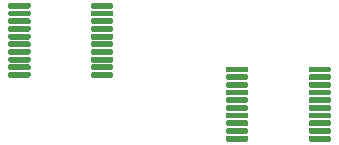
<source format=gbr>
G04 #@! TF.GenerationSoftware,KiCad,Pcbnew,(5.1.8)-1*
G04 #@! TF.CreationDate,2021-03-17T09:54:22-07:00*
G04 #@! TF.ProjectId,MCL64,4d434c36-342e-46b6-9963-61645f706362,rev?*
G04 #@! TF.SameCoordinates,Original*
G04 #@! TF.FileFunction,Paste,Bot*
G04 #@! TF.FilePolarity,Positive*
%FSLAX46Y46*%
G04 Gerber Fmt 4.6, Leading zero omitted, Abs format (unit mm)*
G04 Created by KiCad (PCBNEW (5.1.8)-1) date 2021-03-17 09:54:22*
%MOMM*%
%LPD*%
G01*
G04 APERTURE LIST*
G04 APERTURE END LIST*
G36*
G01*
X95224760Y-117775260D02*
X95224760Y-118025260D01*
G75*
G02*
X95099760Y-118150260I-125000J0D01*
G01*
X93449760Y-118150260D01*
G75*
G02*
X93324760Y-118025260I0J125000D01*
G01*
X93324760Y-117775260D01*
G75*
G02*
X93449760Y-117650260I125000J0D01*
G01*
X95099760Y-117650260D01*
G75*
G02*
X95224760Y-117775260I0J-125000D01*
G01*
G37*
G36*
G01*
X95224760Y-118425260D02*
X95224760Y-118675260D01*
G75*
G02*
X95099760Y-118800260I-125000J0D01*
G01*
X93449760Y-118800260D01*
G75*
G02*
X93324760Y-118675260I0J125000D01*
G01*
X93324760Y-118425260D01*
G75*
G02*
X93449760Y-118300260I125000J0D01*
G01*
X95099760Y-118300260D01*
G75*
G02*
X95224760Y-118425260I0J-125000D01*
G01*
G37*
G36*
G01*
X95224760Y-119075260D02*
X95224760Y-119325260D01*
G75*
G02*
X95099760Y-119450260I-125000J0D01*
G01*
X93449760Y-119450260D01*
G75*
G02*
X93324760Y-119325260I0J125000D01*
G01*
X93324760Y-119075260D01*
G75*
G02*
X93449760Y-118950260I125000J0D01*
G01*
X95099760Y-118950260D01*
G75*
G02*
X95224760Y-119075260I0J-125000D01*
G01*
G37*
G36*
G01*
X95224760Y-119725260D02*
X95224760Y-119975260D01*
G75*
G02*
X95099760Y-120100260I-125000J0D01*
G01*
X93449760Y-120100260D01*
G75*
G02*
X93324760Y-119975260I0J125000D01*
G01*
X93324760Y-119725260D01*
G75*
G02*
X93449760Y-119600260I125000J0D01*
G01*
X95099760Y-119600260D01*
G75*
G02*
X95224760Y-119725260I0J-125000D01*
G01*
G37*
G36*
G01*
X95224760Y-120375260D02*
X95224760Y-120625260D01*
G75*
G02*
X95099760Y-120750260I-125000J0D01*
G01*
X93449760Y-120750260D01*
G75*
G02*
X93324760Y-120625260I0J125000D01*
G01*
X93324760Y-120375260D01*
G75*
G02*
X93449760Y-120250260I125000J0D01*
G01*
X95099760Y-120250260D01*
G75*
G02*
X95224760Y-120375260I0J-125000D01*
G01*
G37*
G36*
G01*
X95224760Y-121025260D02*
X95224760Y-121275260D01*
G75*
G02*
X95099760Y-121400260I-125000J0D01*
G01*
X93449760Y-121400260D01*
G75*
G02*
X93324760Y-121275260I0J125000D01*
G01*
X93324760Y-121025260D01*
G75*
G02*
X93449760Y-120900260I125000J0D01*
G01*
X95099760Y-120900260D01*
G75*
G02*
X95224760Y-121025260I0J-125000D01*
G01*
G37*
G36*
G01*
X95224760Y-121675260D02*
X95224760Y-121925260D01*
G75*
G02*
X95099760Y-122050260I-125000J0D01*
G01*
X93449760Y-122050260D01*
G75*
G02*
X93324760Y-121925260I0J125000D01*
G01*
X93324760Y-121675260D01*
G75*
G02*
X93449760Y-121550260I125000J0D01*
G01*
X95099760Y-121550260D01*
G75*
G02*
X95224760Y-121675260I0J-125000D01*
G01*
G37*
G36*
G01*
X95224760Y-122325260D02*
X95224760Y-122575260D01*
G75*
G02*
X95099760Y-122700260I-125000J0D01*
G01*
X93449760Y-122700260D01*
G75*
G02*
X93324760Y-122575260I0J125000D01*
G01*
X93324760Y-122325260D01*
G75*
G02*
X93449760Y-122200260I125000J0D01*
G01*
X95099760Y-122200260D01*
G75*
G02*
X95224760Y-122325260I0J-125000D01*
G01*
G37*
G36*
G01*
X95224760Y-122975260D02*
X95224760Y-123225260D01*
G75*
G02*
X95099760Y-123350260I-125000J0D01*
G01*
X93449760Y-123350260D01*
G75*
G02*
X93324760Y-123225260I0J125000D01*
G01*
X93324760Y-122975260D01*
G75*
G02*
X93449760Y-122850260I125000J0D01*
G01*
X95099760Y-122850260D01*
G75*
G02*
X95224760Y-122975260I0J-125000D01*
G01*
G37*
G36*
G01*
X95224760Y-123625260D02*
X95224760Y-123875260D01*
G75*
G02*
X95099760Y-124000260I-125000J0D01*
G01*
X93449760Y-124000260D01*
G75*
G02*
X93324760Y-123875260I0J125000D01*
G01*
X93324760Y-123625260D01*
G75*
G02*
X93449760Y-123500260I125000J0D01*
G01*
X95099760Y-123500260D01*
G75*
G02*
X95224760Y-123625260I0J-125000D01*
G01*
G37*
G36*
G01*
X102224760Y-123625260D02*
X102224760Y-123875260D01*
G75*
G02*
X102099760Y-124000260I-125000J0D01*
G01*
X100449760Y-124000260D01*
G75*
G02*
X100324760Y-123875260I0J125000D01*
G01*
X100324760Y-123625260D01*
G75*
G02*
X100449760Y-123500260I125000J0D01*
G01*
X102099760Y-123500260D01*
G75*
G02*
X102224760Y-123625260I0J-125000D01*
G01*
G37*
G36*
G01*
X102224760Y-122975260D02*
X102224760Y-123225260D01*
G75*
G02*
X102099760Y-123350260I-125000J0D01*
G01*
X100449760Y-123350260D01*
G75*
G02*
X100324760Y-123225260I0J125000D01*
G01*
X100324760Y-122975260D01*
G75*
G02*
X100449760Y-122850260I125000J0D01*
G01*
X102099760Y-122850260D01*
G75*
G02*
X102224760Y-122975260I0J-125000D01*
G01*
G37*
G36*
G01*
X102224760Y-122325260D02*
X102224760Y-122575260D01*
G75*
G02*
X102099760Y-122700260I-125000J0D01*
G01*
X100449760Y-122700260D01*
G75*
G02*
X100324760Y-122575260I0J125000D01*
G01*
X100324760Y-122325260D01*
G75*
G02*
X100449760Y-122200260I125000J0D01*
G01*
X102099760Y-122200260D01*
G75*
G02*
X102224760Y-122325260I0J-125000D01*
G01*
G37*
G36*
G01*
X102224760Y-121675260D02*
X102224760Y-121925260D01*
G75*
G02*
X102099760Y-122050260I-125000J0D01*
G01*
X100449760Y-122050260D01*
G75*
G02*
X100324760Y-121925260I0J125000D01*
G01*
X100324760Y-121675260D01*
G75*
G02*
X100449760Y-121550260I125000J0D01*
G01*
X102099760Y-121550260D01*
G75*
G02*
X102224760Y-121675260I0J-125000D01*
G01*
G37*
G36*
G01*
X102224760Y-121025260D02*
X102224760Y-121275260D01*
G75*
G02*
X102099760Y-121400260I-125000J0D01*
G01*
X100449760Y-121400260D01*
G75*
G02*
X100324760Y-121275260I0J125000D01*
G01*
X100324760Y-121025260D01*
G75*
G02*
X100449760Y-120900260I125000J0D01*
G01*
X102099760Y-120900260D01*
G75*
G02*
X102224760Y-121025260I0J-125000D01*
G01*
G37*
G36*
G01*
X102224760Y-120375260D02*
X102224760Y-120625260D01*
G75*
G02*
X102099760Y-120750260I-125000J0D01*
G01*
X100449760Y-120750260D01*
G75*
G02*
X100324760Y-120625260I0J125000D01*
G01*
X100324760Y-120375260D01*
G75*
G02*
X100449760Y-120250260I125000J0D01*
G01*
X102099760Y-120250260D01*
G75*
G02*
X102224760Y-120375260I0J-125000D01*
G01*
G37*
G36*
G01*
X102224760Y-119725260D02*
X102224760Y-119975260D01*
G75*
G02*
X102099760Y-120100260I-125000J0D01*
G01*
X100449760Y-120100260D01*
G75*
G02*
X100324760Y-119975260I0J125000D01*
G01*
X100324760Y-119725260D01*
G75*
G02*
X100449760Y-119600260I125000J0D01*
G01*
X102099760Y-119600260D01*
G75*
G02*
X102224760Y-119725260I0J-125000D01*
G01*
G37*
G36*
G01*
X102224760Y-119075260D02*
X102224760Y-119325260D01*
G75*
G02*
X102099760Y-119450260I-125000J0D01*
G01*
X100449760Y-119450260D01*
G75*
G02*
X100324760Y-119325260I0J125000D01*
G01*
X100324760Y-119075260D01*
G75*
G02*
X100449760Y-118950260I125000J0D01*
G01*
X102099760Y-118950260D01*
G75*
G02*
X102224760Y-119075260I0J-125000D01*
G01*
G37*
G36*
G01*
X102224760Y-118425260D02*
X102224760Y-118675260D01*
G75*
G02*
X102099760Y-118800260I-125000J0D01*
G01*
X100449760Y-118800260D01*
G75*
G02*
X100324760Y-118675260I0J125000D01*
G01*
X100324760Y-118425260D01*
G75*
G02*
X100449760Y-118300260I125000J0D01*
G01*
X102099760Y-118300260D01*
G75*
G02*
X102224760Y-118425260I0J-125000D01*
G01*
G37*
G36*
G01*
X102224760Y-117775260D02*
X102224760Y-118025260D01*
G75*
G02*
X102099760Y-118150260I-125000J0D01*
G01*
X100449760Y-118150260D01*
G75*
G02*
X100324760Y-118025260I0J125000D01*
G01*
X100324760Y-117775260D01*
G75*
G02*
X100449760Y-117650260I125000J0D01*
G01*
X102099760Y-117650260D01*
G75*
G02*
X102224760Y-117775260I0J-125000D01*
G01*
G37*
G36*
G01*
X113665160Y-123162600D02*
X113665160Y-123412600D01*
G75*
G02*
X113540160Y-123537600I-125000J0D01*
G01*
X111890160Y-123537600D01*
G75*
G02*
X111765160Y-123412600I0J125000D01*
G01*
X111765160Y-123162600D01*
G75*
G02*
X111890160Y-123037600I125000J0D01*
G01*
X113540160Y-123037600D01*
G75*
G02*
X113665160Y-123162600I0J-125000D01*
G01*
G37*
G36*
G01*
X113665160Y-123812600D02*
X113665160Y-124062600D01*
G75*
G02*
X113540160Y-124187600I-125000J0D01*
G01*
X111890160Y-124187600D01*
G75*
G02*
X111765160Y-124062600I0J125000D01*
G01*
X111765160Y-123812600D01*
G75*
G02*
X111890160Y-123687600I125000J0D01*
G01*
X113540160Y-123687600D01*
G75*
G02*
X113665160Y-123812600I0J-125000D01*
G01*
G37*
G36*
G01*
X113665160Y-124462600D02*
X113665160Y-124712600D01*
G75*
G02*
X113540160Y-124837600I-125000J0D01*
G01*
X111890160Y-124837600D01*
G75*
G02*
X111765160Y-124712600I0J125000D01*
G01*
X111765160Y-124462600D01*
G75*
G02*
X111890160Y-124337600I125000J0D01*
G01*
X113540160Y-124337600D01*
G75*
G02*
X113665160Y-124462600I0J-125000D01*
G01*
G37*
G36*
G01*
X113665160Y-125112600D02*
X113665160Y-125362600D01*
G75*
G02*
X113540160Y-125487600I-125000J0D01*
G01*
X111890160Y-125487600D01*
G75*
G02*
X111765160Y-125362600I0J125000D01*
G01*
X111765160Y-125112600D01*
G75*
G02*
X111890160Y-124987600I125000J0D01*
G01*
X113540160Y-124987600D01*
G75*
G02*
X113665160Y-125112600I0J-125000D01*
G01*
G37*
G36*
G01*
X113665160Y-125762600D02*
X113665160Y-126012600D01*
G75*
G02*
X113540160Y-126137600I-125000J0D01*
G01*
X111890160Y-126137600D01*
G75*
G02*
X111765160Y-126012600I0J125000D01*
G01*
X111765160Y-125762600D01*
G75*
G02*
X111890160Y-125637600I125000J0D01*
G01*
X113540160Y-125637600D01*
G75*
G02*
X113665160Y-125762600I0J-125000D01*
G01*
G37*
G36*
G01*
X113665160Y-126412600D02*
X113665160Y-126662600D01*
G75*
G02*
X113540160Y-126787600I-125000J0D01*
G01*
X111890160Y-126787600D01*
G75*
G02*
X111765160Y-126662600I0J125000D01*
G01*
X111765160Y-126412600D01*
G75*
G02*
X111890160Y-126287600I125000J0D01*
G01*
X113540160Y-126287600D01*
G75*
G02*
X113665160Y-126412600I0J-125000D01*
G01*
G37*
G36*
G01*
X113665160Y-127062600D02*
X113665160Y-127312600D01*
G75*
G02*
X113540160Y-127437600I-125000J0D01*
G01*
X111890160Y-127437600D01*
G75*
G02*
X111765160Y-127312600I0J125000D01*
G01*
X111765160Y-127062600D01*
G75*
G02*
X111890160Y-126937600I125000J0D01*
G01*
X113540160Y-126937600D01*
G75*
G02*
X113665160Y-127062600I0J-125000D01*
G01*
G37*
G36*
G01*
X113665160Y-127712600D02*
X113665160Y-127962600D01*
G75*
G02*
X113540160Y-128087600I-125000J0D01*
G01*
X111890160Y-128087600D01*
G75*
G02*
X111765160Y-127962600I0J125000D01*
G01*
X111765160Y-127712600D01*
G75*
G02*
X111890160Y-127587600I125000J0D01*
G01*
X113540160Y-127587600D01*
G75*
G02*
X113665160Y-127712600I0J-125000D01*
G01*
G37*
G36*
G01*
X113665160Y-128362600D02*
X113665160Y-128612600D01*
G75*
G02*
X113540160Y-128737600I-125000J0D01*
G01*
X111890160Y-128737600D01*
G75*
G02*
X111765160Y-128612600I0J125000D01*
G01*
X111765160Y-128362600D01*
G75*
G02*
X111890160Y-128237600I125000J0D01*
G01*
X113540160Y-128237600D01*
G75*
G02*
X113665160Y-128362600I0J-125000D01*
G01*
G37*
G36*
G01*
X113665160Y-129012600D02*
X113665160Y-129262600D01*
G75*
G02*
X113540160Y-129387600I-125000J0D01*
G01*
X111890160Y-129387600D01*
G75*
G02*
X111765160Y-129262600I0J125000D01*
G01*
X111765160Y-129012600D01*
G75*
G02*
X111890160Y-128887600I125000J0D01*
G01*
X113540160Y-128887600D01*
G75*
G02*
X113665160Y-129012600I0J-125000D01*
G01*
G37*
G36*
G01*
X120665160Y-129012600D02*
X120665160Y-129262600D01*
G75*
G02*
X120540160Y-129387600I-125000J0D01*
G01*
X118890160Y-129387600D01*
G75*
G02*
X118765160Y-129262600I0J125000D01*
G01*
X118765160Y-129012600D01*
G75*
G02*
X118890160Y-128887600I125000J0D01*
G01*
X120540160Y-128887600D01*
G75*
G02*
X120665160Y-129012600I0J-125000D01*
G01*
G37*
G36*
G01*
X120665160Y-128362600D02*
X120665160Y-128612600D01*
G75*
G02*
X120540160Y-128737600I-125000J0D01*
G01*
X118890160Y-128737600D01*
G75*
G02*
X118765160Y-128612600I0J125000D01*
G01*
X118765160Y-128362600D01*
G75*
G02*
X118890160Y-128237600I125000J0D01*
G01*
X120540160Y-128237600D01*
G75*
G02*
X120665160Y-128362600I0J-125000D01*
G01*
G37*
G36*
G01*
X120665160Y-127712600D02*
X120665160Y-127962600D01*
G75*
G02*
X120540160Y-128087600I-125000J0D01*
G01*
X118890160Y-128087600D01*
G75*
G02*
X118765160Y-127962600I0J125000D01*
G01*
X118765160Y-127712600D01*
G75*
G02*
X118890160Y-127587600I125000J0D01*
G01*
X120540160Y-127587600D01*
G75*
G02*
X120665160Y-127712600I0J-125000D01*
G01*
G37*
G36*
G01*
X120665160Y-127062600D02*
X120665160Y-127312600D01*
G75*
G02*
X120540160Y-127437600I-125000J0D01*
G01*
X118890160Y-127437600D01*
G75*
G02*
X118765160Y-127312600I0J125000D01*
G01*
X118765160Y-127062600D01*
G75*
G02*
X118890160Y-126937600I125000J0D01*
G01*
X120540160Y-126937600D01*
G75*
G02*
X120665160Y-127062600I0J-125000D01*
G01*
G37*
G36*
G01*
X120665160Y-126412600D02*
X120665160Y-126662600D01*
G75*
G02*
X120540160Y-126787600I-125000J0D01*
G01*
X118890160Y-126787600D01*
G75*
G02*
X118765160Y-126662600I0J125000D01*
G01*
X118765160Y-126412600D01*
G75*
G02*
X118890160Y-126287600I125000J0D01*
G01*
X120540160Y-126287600D01*
G75*
G02*
X120665160Y-126412600I0J-125000D01*
G01*
G37*
G36*
G01*
X120665160Y-125762600D02*
X120665160Y-126012600D01*
G75*
G02*
X120540160Y-126137600I-125000J0D01*
G01*
X118890160Y-126137600D01*
G75*
G02*
X118765160Y-126012600I0J125000D01*
G01*
X118765160Y-125762600D01*
G75*
G02*
X118890160Y-125637600I125000J0D01*
G01*
X120540160Y-125637600D01*
G75*
G02*
X120665160Y-125762600I0J-125000D01*
G01*
G37*
G36*
G01*
X120665160Y-125112600D02*
X120665160Y-125362600D01*
G75*
G02*
X120540160Y-125487600I-125000J0D01*
G01*
X118890160Y-125487600D01*
G75*
G02*
X118765160Y-125362600I0J125000D01*
G01*
X118765160Y-125112600D01*
G75*
G02*
X118890160Y-124987600I125000J0D01*
G01*
X120540160Y-124987600D01*
G75*
G02*
X120665160Y-125112600I0J-125000D01*
G01*
G37*
G36*
G01*
X120665160Y-124462600D02*
X120665160Y-124712600D01*
G75*
G02*
X120540160Y-124837600I-125000J0D01*
G01*
X118890160Y-124837600D01*
G75*
G02*
X118765160Y-124712600I0J125000D01*
G01*
X118765160Y-124462600D01*
G75*
G02*
X118890160Y-124337600I125000J0D01*
G01*
X120540160Y-124337600D01*
G75*
G02*
X120665160Y-124462600I0J-125000D01*
G01*
G37*
G36*
G01*
X120665160Y-123812600D02*
X120665160Y-124062600D01*
G75*
G02*
X120540160Y-124187600I-125000J0D01*
G01*
X118890160Y-124187600D01*
G75*
G02*
X118765160Y-124062600I0J125000D01*
G01*
X118765160Y-123812600D01*
G75*
G02*
X118890160Y-123687600I125000J0D01*
G01*
X120540160Y-123687600D01*
G75*
G02*
X120665160Y-123812600I0J-125000D01*
G01*
G37*
G36*
G01*
X120665160Y-123162600D02*
X120665160Y-123412600D01*
G75*
G02*
X120540160Y-123537600I-125000J0D01*
G01*
X118890160Y-123537600D01*
G75*
G02*
X118765160Y-123412600I0J125000D01*
G01*
X118765160Y-123162600D01*
G75*
G02*
X118890160Y-123037600I125000J0D01*
G01*
X120540160Y-123037600D01*
G75*
G02*
X120665160Y-123162600I0J-125000D01*
G01*
G37*
M02*

</source>
